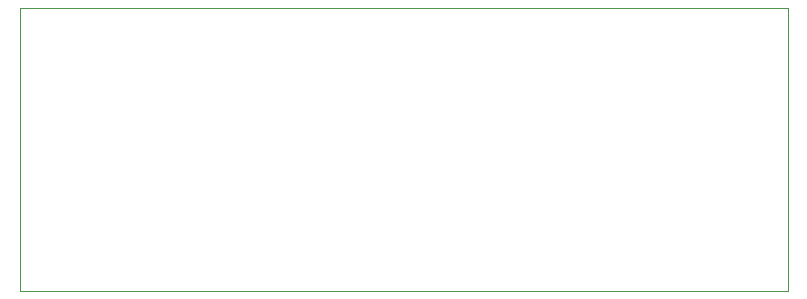
<source format=gm1>
G04*
G04 #@! TF.GenerationSoftware,Altium Limited,Altium Designer,19.1.6 (110)*
G04*
G04 Layer_Color=16711935*
%FSLAX43Y43*%
%MOMM*%
G71*
G01*
G75*
%ADD67C,0.100*%
D67*
Y24000D02*
X65000D01*
Y0D02*
Y24000D01*
X0Y0D02*
Y24000D01*
Y0D02*
X65000D01*
M02*

</source>
